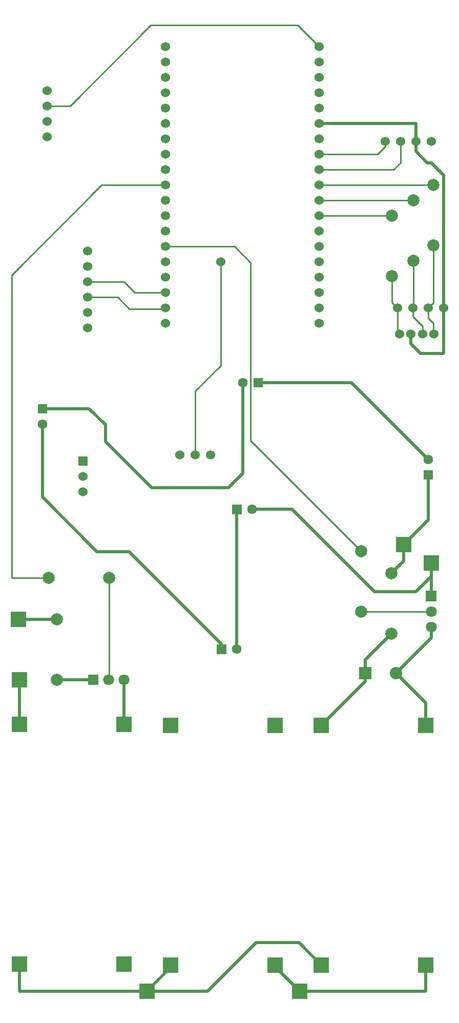
<source format=gtl>
G04 Layer: TopLayer*
G04 EasyEDA v6.5.1, 2022-03-27 02:12:12*
G04 f7dead78dcdb48cf945481d8fe3a8f79,963ededa1bec40798c37f3e62625e793,10*
G04 Gerber Generator version 0.2*
G04 Scale: 100 percent, Rotated: No, Reflected: No *
G04 Dimensions in millimeters *
G04 leading zeros omitted , absolute positions ,4 integer and 5 decimal *
%FSLAX45Y45*%
%MOMM*%

%ADD10C,0.2540*%
%ADD11C,0.5000*%
%ADD12R,1.6000X1.6000*%
%ADD13C,1.6000*%
%ADD14R,1.5240X1.5240*%
%ADD15C,1.5240*%
%ADD16C,2.0000*%
%ADD17R,1.8000X1.8000*%
%ADD18C,1.8000*%
%ADD19R,2.4994X2.4994*%
%ADD21C,2.0320*%

%LPD*%
D11*
X7010400Y7924800D02*
G01*
X7010400Y7759700D01*
X7200900Y7569200D01*
X7264400Y7569200D01*
X7467600Y7366000D01*
X7467600Y5168900D01*
X6928104Y4736972D02*
G01*
X6928104Y4578095D01*
X7086600Y4419600D01*
X7467600Y4419600D01*
X7467600Y5168900D01*
D10*
X1587500Y5346954D02*
G01*
X2082545Y5346954D01*
X2273300Y5156200D01*
X2857500Y5156200D01*
X2870200Y5168900D01*
X1587500Y5600954D02*
G01*
X2184145Y5600954D01*
X2362200Y5422900D01*
X2870200Y5422900D01*
X7213600Y5168900D02*
G01*
X7213600Y5003800D01*
X7302500Y4914900D01*
X7302500Y4742561D01*
X7308088Y4736972D01*
X6705600Y5168900D02*
G01*
X6705600Y4769485D01*
X6738111Y4736972D01*
X6959600Y5168900D02*
G01*
X6959600Y5029200D01*
X7124700Y4864100D01*
X7124700Y4744085D01*
X7117841Y4737227D01*
X7302500Y6200902D02*
G01*
X7302500Y5257800D01*
X7213600Y5168900D01*
X6972300Y5946902D02*
G01*
X6972300Y5181600D01*
X6959600Y5168900D01*
X6616700Y5692902D02*
G01*
X6616700Y5257800D01*
X6705600Y5168900D01*
D11*
X4305300Y1841500D02*
G01*
X4965700Y1841500D01*
X6324600Y482600D01*
X7014972Y482600D01*
X7264400Y732028D01*
X4051300Y-469900D02*
G01*
X4051300Y1841500D01*
X838200Y3251200D02*
G01*
X838200Y2044700D01*
X1739900Y1143000D01*
X2273300Y1143000D01*
X3797300Y-381000D01*
X3797300Y-469900D01*
X4152900Y3937000D02*
G01*
X4152900Y2438400D01*
X3911600Y2197100D01*
X2641600Y2197100D01*
X1879600Y2959100D01*
X1879600Y3238500D01*
X1612900Y3505200D01*
X838200Y3505200D01*
X7213600Y2667000D02*
G01*
X5943600Y3937000D01*
X4406900Y3937000D01*
X6807200Y1257300D02*
G01*
X7213600Y1663700D01*
X7213600Y2413000D01*
X5448300Y-1727200D02*
G01*
X6172200Y-1003300D01*
X6172200Y-863600D01*
X457200Y-977900D02*
G01*
X457200Y-1714500D01*
X457200Y-5676900D02*
G01*
X457200Y-6121400D01*
X2565400Y-6121400D01*
X2565400Y-6121400D02*
G01*
X2959100Y-5727700D01*
X2959100Y-5689600D01*
X5092700Y-6121400D02*
G01*
X4686300Y-5715000D01*
X4686300Y-5689600D01*
X5092700Y-6121400D02*
G01*
X7175500Y-6121400D01*
X7175500Y-5689600D01*
X5448300Y-5689600D02*
G01*
X5080000Y-5321300D01*
X4368800Y-5321300D01*
X3568700Y-6121400D01*
X2565400Y-6121400D01*
D10*
X3784600Y5930900D02*
G01*
X3784600Y4216400D01*
X3365500Y3797300D01*
X3365500Y2743200D01*
X5410200Y6692900D02*
G01*
X6616700Y6692900D01*
X5410200Y6946900D02*
G01*
X6972300Y6946900D01*
X6756400Y7200900D02*
G01*
X7302500Y7200900D01*
X5410200Y7200900D02*
G01*
X6756400Y7200900D01*
X5410200Y7454900D02*
G01*
X6642100Y7454900D01*
X6756400Y7569200D01*
X6756400Y7924800D01*
X6502400Y7924800D02*
G01*
X6502400Y7835900D01*
X6375400Y7708900D01*
X5410200Y7708900D01*
X914400Y8509000D02*
G01*
X1295400Y8509000D01*
X2628900Y9842500D01*
X5054600Y9842500D01*
X5410200Y9486900D01*
D11*
X6807200Y1257300D02*
G01*
X6807200Y987297D01*
X6604000Y784097D01*
X7264400Y952500D02*
G01*
X7264400Y406400D01*
X6604000Y-215900D02*
G01*
X6172200Y-647700D01*
X6172200Y-863600D01*
D10*
X7264400Y152400D02*
G01*
X6108700Y152400D01*
X2870200Y6184900D02*
G01*
X4013200Y6184900D01*
X4279900Y5918200D01*
X4279900Y2981197D01*
X6108700Y1152397D01*
D11*
X2184400Y-1714500D02*
G01*
X2184400Y-977900D01*
D10*
X1930400Y-977900D02*
G01*
X1943100Y-965200D01*
X1943100Y711200D01*
D11*
X6680200Y-863600D02*
G01*
X7175500Y-1358900D01*
X7175500Y-1727200D01*
X7264400Y-101600D02*
G01*
X7264400Y-279400D01*
X6680200Y-863600D01*
D10*
X2870200Y7200900D02*
G01*
X1816100Y7200900D01*
X330200Y5715000D01*
X330200Y711200D01*
X943102Y711200D01*
D11*
X444500Y25400D02*
G01*
X1076197Y25400D01*
X1079500Y22097D01*
X1079500Y-977900D02*
G01*
X1676400Y-977900D01*
X5410200Y8216900D02*
G01*
X7010400Y8216900D01*
X7010400Y7924800D01*
D12*
G01*
X7213600Y2413000D03*
D13*
G01*
X7213600Y2667000D03*
D12*
G01*
X4406900Y3937000D03*
D13*
G01*
X4152900Y3937000D03*
D12*
G01*
X838200Y3505200D03*
D13*
G01*
X838200Y3251200D03*
G36*
X3717300Y-389900D02*
G01*
X3877299Y-389900D01*
X3877299Y-549899D01*
X3717300Y-549899D01*
G37*
G01*
X4051300Y-469900D03*
G36*
X3971300Y1921499D02*
G01*
X4131299Y1921499D01*
X4131299Y1761500D01*
X3971300Y1761500D01*
G37*
G01*
X4305300Y1841500D03*
D14*
G01*
X1511300Y2641600D03*
D15*
G01*
X1511300Y2387600D03*
G01*
X1511300Y2133600D03*
D16*
G01*
X1079500Y22097D03*
G01*
X1079500Y-977900D03*
D17*
G01*
X1676400Y-977900D03*
D18*
G01*
X1930400Y-977900D03*
G01*
X2184400Y-977900D03*
D16*
G01*
X7302500Y6200902D03*
G01*
X7302500Y7200900D03*
G01*
X6972300Y5946902D03*
G01*
X6972300Y6946900D03*
G01*
X6616700Y5692902D03*
G01*
X6616700Y6692900D03*
D15*
G01*
X5410200Y4914900D03*
G01*
X5410200Y5168900D03*
G01*
X5410200Y5422900D03*
G01*
X5410200Y5676900D03*
G01*
X5410200Y5930900D03*
G01*
X5410200Y6184900D03*
G01*
X5410200Y6438900D03*
G01*
X5410200Y6692900D03*
G01*
X5410200Y6946900D03*
G01*
X5410200Y7200900D03*
G01*
X5410200Y7454900D03*
G01*
X5410200Y7708900D03*
G01*
X5410200Y7962900D03*
G01*
X5410200Y8216900D03*
G01*
X5410200Y8470900D03*
G01*
X5410200Y8724900D03*
G01*
X5410200Y8978900D03*
G01*
X5410200Y9232900D03*
G01*
X5410200Y9486900D03*
G01*
X2870200Y4914900D03*
G01*
X2870200Y5168900D03*
G01*
X2870200Y5422900D03*
G01*
X2870200Y5676900D03*
G01*
X2870200Y5930900D03*
G01*
X2870200Y6184900D03*
G01*
X2870200Y6438900D03*
G01*
X2870200Y6692900D03*
G01*
X2870200Y6946900D03*
G01*
X2870200Y7200900D03*
G01*
X2870200Y7454900D03*
G01*
X2870200Y7708900D03*
G01*
X2870200Y7962900D03*
G01*
X2870200Y8216900D03*
G01*
X2870200Y8470900D03*
G01*
X2870200Y8724900D03*
G01*
X2870200Y8978900D03*
G01*
X2870200Y9232900D03*
G01*
X2870200Y9486900D03*
D19*
G01*
X457200Y-5676900D03*
G01*
X2184400Y-5676900D03*
G01*
X2184400Y-1714500D03*
G01*
X457200Y-1714500D03*
G01*
X2959100Y-5689600D03*
G01*
X4686300Y-5689600D03*
G01*
X4686300Y-1727200D03*
G01*
X2959100Y-1727200D03*
G01*
X5448300Y-5689600D03*
G01*
X7175500Y-5689600D03*
G01*
X7175500Y-1727200D03*
G01*
X5448300Y-1727200D03*
G36*
X6070600Y-762000D02*
G01*
X6273800Y-762000D01*
X6273800Y-965200D01*
X6070600Y-965200D01*
G37*
D21*
G01*
X6680200Y-863600D03*
D16*
G01*
X6604000Y784097D03*
G01*
X6604000Y-215900D03*
G36*
X7174400Y496399D02*
G01*
X7354399Y496399D01*
X7354399Y316400D01*
X7174400Y316400D01*
G37*
D18*
G01*
X7264400Y152400D03*
G01*
X7264400Y-101600D03*
D16*
G01*
X6108700Y1152397D03*
G01*
X6108700Y152400D03*
G01*
X943102Y711200D03*
G01*
X1943100Y711200D03*
D15*
G01*
X7308088Y4736972D03*
G01*
X7117841Y4737227D03*
G01*
X6928104Y4736972D03*
G01*
X6738111Y4736972D03*
D19*
G01*
X2565400Y-6121400D03*
G01*
X5092700Y-6121400D03*
G01*
X6807200Y1257300D03*
G01*
X7264400Y952500D03*
G01*
X457200Y-977900D03*
G01*
X444500Y25400D03*
D15*
G01*
X7010400Y7924800D03*
G01*
X7264400Y7924800D03*
G01*
X6756400Y7924800D03*
G01*
X6502400Y7924800D03*
G01*
X1587500Y4838827D03*
G01*
X1587500Y5092827D03*
G01*
X1587500Y5346954D03*
G01*
X1587500Y5600954D03*
G01*
X1587500Y5854827D03*
G01*
X1587500Y6108700D03*
G01*
X3111500Y2743200D03*
G01*
X3365500Y2743200D03*
G01*
X3619500Y2743200D03*
G01*
X3784600Y5930900D03*
G01*
X914400Y8509000D03*
G01*
X914400Y8763000D03*
G01*
X914400Y8255000D03*
G01*
X914400Y8001000D03*
G01*
X7467600Y5168900D03*
G01*
X7213600Y5168900D03*
G01*
X6959600Y5168900D03*
G01*
X6705600Y5168900D03*
M02*

</source>
